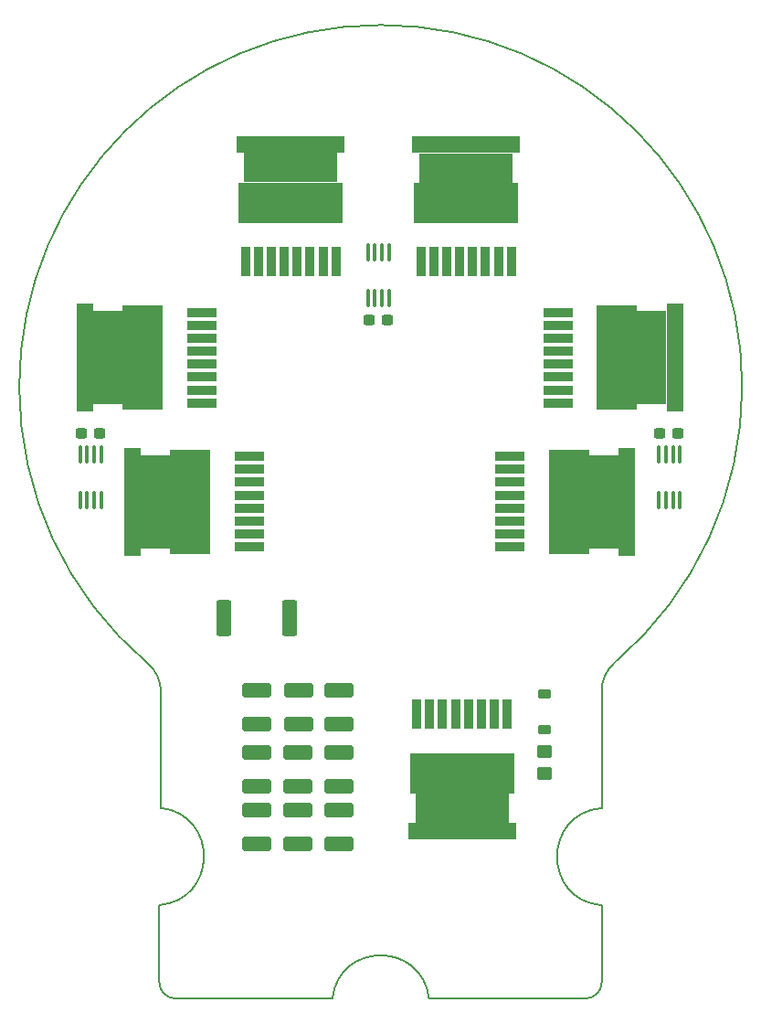
<source format=gbr>
%TF.GenerationSoftware,KiCad,Pcbnew,7.0.1*%
%TF.CreationDate,2023-12-14T23:22:24+03:00*%
%TF.ProjectId,_______ _____,21383b3e-3230-44f2-903f-3b3042302e6b,rev?*%
%TF.SameCoordinates,Original*%
%TF.FileFunction,Paste,Top*%
%TF.FilePolarity,Positive*%
%FSLAX46Y46*%
G04 Gerber Fmt 4.6, Leading zero omitted, Abs format (unit mm)*
G04 Created by KiCad (PCBNEW 7.0.1) date 2023-12-14 23:22:24*
%MOMM*%
%LPD*%
G01*
G04 APERTURE LIST*
G04 Aperture macros list*
%AMRoundRect*
0 Rectangle with rounded corners*
0 $1 Rounding radius*
0 $2 $3 $4 $5 $6 $7 $8 $9 X,Y pos of 4 corners*
0 Add a 4 corners polygon primitive as box body*
4,1,4,$2,$3,$4,$5,$6,$7,$8,$9,$2,$3,0*
0 Add four circle primitives for the rounded corners*
1,1,$1+$1,$2,$3*
1,1,$1+$1,$4,$5*
1,1,$1+$1,$6,$7*
1,1,$1+$1,$8,$9*
0 Add four rect primitives between the rounded corners*
20,1,$1+$1,$2,$3,$4,$5,0*
20,1,$1+$1,$4,$5,$6,$7,0*
20,1,$1+$1,$6,$7,$8,$9,0*
20,1,$1+$1,$8,$9,$2,$3,0*%
G04 Aperture macros list end*
%ADD10RoundRect,0.250000X1.100000X-0.412500X1.100000X0.412500X-1.100000X0.412500X-1.100000X-0.412500X0*%
%ADD11R,2.800000X0.900000*%
%ADD12R,1.550000X10.100000*%
%ADD13R,2.750000X8.700000*%
%ADD14R,3.700000X9.700000*%
%ADD15RoundRect,0.237500X-0.300000X-0.237500X0.300000X-0.237500X0.300000X0.237500X-0.300000X0.237500X0*%
%ADD16R,0.900000X2.800000*%
%ADD17R,10.100000X1.550000*%
%ADD18R,8.700000X2.750000*%
%ADD19R,9.700000X3.700000*%
%ADD20RoundRect,0.100000X0.100000X-0.712500X0.100000X0.712500X-0.100000X0.712500X-0.100000X-0.712500X0*%
%ADD21RoundRect,0.100000X-0.100000X0.712500X-0.100000X-0.712500X0.100000X-0.712500X0.100000X0.712500X0*%
%ADD22RoundRect,0.250000X-1.100000X0.412500X-1.100000X-0.412500X1.100000X-0.412500X1.100000X0.412500X0*%
%ADD23RoundRect,0.249999X-0.450001X-1.425001X0.450001X-1.425001X0.450001X1.425001X-0.450001X1.425001X0*%
%ADD24RoundRect,0.225000X0.375000X-0.225000X0.375000X0.225000X-0.375000X0.225000X-0.375000X-0.225000X0*%
%ADD25RoundRect,0.250000X-0.450000X0.350000X-0.450000X-0.350000X0.450000X-0.350000X0.450000X0.350000X0*%
%TA.AperFunction,Profile*%
%ADD26C,0.200000*%
%TD*%
G04 APERTURE END LIST*
D10*
%TO.C,C12*%
X141977000Y-96690500D03*
X141977000Y-93565500D03*
%TD*%
%TO.C,C13*%
X141977000Y-107778000D03*
X141977000Y-104653000D03*
%TD*%
D11*
%TO.C,Q7*%
X129272000Y-66943000D03*
X129272000Y-65743000D03*
X129272000Y-64543000D03*
X129272000Y-63343000D03*
X129272000Y-62143000D03*
X129272000Y-60943000D03*
X129272000Y-59743000D03*
X129272000Y-58543000D03*
D12*
X118422000Y-62743000D03*
D13*
X120572000Y-62743000D03*
D14*
X123797000Y-62743000D03*
%TD*%
D15*
%TO.C,C47*%
X144797500Y-59267500D03*
X146522500Y-59267500D03*
%TD*%
D10*
%TO.C,C10*%
X138167000Y-107778000D03*
X138167000Y-104653000D03*
%TD*%
D16*
%TO.C,Q1*%
X157607000Y-95768000D03*
X156407000Y-95768000D03*
X155207000Y-95768000D03*
X154007000Y-95768000D03*
X152807000Y-95768000D03*
X151607000Y-95768000D03*
X150407000Y-95768000D03*
X149207000Y-95768000D03*
D17*
X153407000Y-106618000D03*
D18*
X153407000Y-104468000D03*
D19*
X153407000Y-101243000D03*
%TD*%
D20*
%TO.C,D2*%
X171650000Y-75904500D03*
X172300000Y-75904500D03*
X172950000Y-75904500D03*
X173600000Y-75904500D03*
X173600000Y-71679500D03*
X172950000Y-71679500D03*
X172300000Y-71679500D03*
X171650000Y-71679500D03*
%TD*%
D10*
%TO.C,C35*%
X134357000Y-96690500D03*
X134357000Y-93565500D03*
%TD*%
D11*
%TO.C,Q6*%
X133717000Y-80278000D03*
X133717000Y-79078000D03*
X133717000Y-77878000D03*
X133717000Y-76678000D03*
X133717000Y-75478000D03*
X133717000Y-74278000D03*
X133717000Y-73078000D03*
X133717000Y-71878000D03*
D12*
X122867000Y-76078000D03*
D13*
X125017000Y-76078000D03*
D14*
X128242000Y-76078000D03*
%TD*%
D21*
%TO.C,D3*%
X146635000Y-53010500D03*
X145985000Y-53010500D03*
X145335000Y-53010500D03*
X144685000Y-53010500D03*
X144685000Y-57235500D03*
X145335000Y-57235500D03*
X145985000Y-57235500D03*
X146635000Y-57235500D03*
%TD*%
D22*
%TO.C,C21*%
X138167000Y-99280500D03*
X138167000Y-102405500D03*
%TD*%
D15*
%TO.C,C48*%
X118127500Y-69728000D03*
X119852500Y-69728000D03*
%TD*%
D10*
%TO.C,C39*%
X134357000Y-107778000D03*
X134357000Y-104653000D03*
%TD*%
D23*
%TO.C,R1*%
X131307000Y-86873000D03*
X137407000Y-86873000D03*
%TD*%
D16*
%TO.C,Q5*%
X133332000Y-53848000D03*
X134532000Y-53848000D03*
X135732000Y-53848000D03*
X136932000Y-53848000D03*
X138132000Y-53848000D03*
X139332000Y-53848000D03*
X140532000Y-53848000D03*
X141732000Y-53848000D03*
D17*
X137532000Y-42998000D03*
D18*
X137532000Y-45148000D03*
D19*
X137532000Y-48373000D03*
%TD*%
D11*
%TO.C,Q3*%
X162297000Y-58543000D03*
X162297000Y-59743000D03*
X162297000Y-60943000D03*
X162297000Y-62143000D03*
X162297000Y-63343000D03*
X162297000Y-64543000D03*
X162297000Y-65743000D03*
X162297000Y-66943000D03*
D12*
X173147000Y-62743000D03*
D13*
X170997000Y-62743000D03*
D14*
X167772000Y-62743000D03*
%TD*%
D24*
%TO.C,D1*%
X161027000Y-97158000D03*
X161027000Y-93858000D03*
%TD*%
D22*
%TO.C,C45*%
X141977000Y-99280500D03*
X141977000Y-102405500D03*
%TD*%
%TO.C,C20*%
X134357000Y-99280500D03*
X134357000Y-102405500D03*
%TD*%
D15*
%TO.C,C46*%
X171721500Y-69728000D03*
X173446500Y-69728000D03*
%TD*%
D25*
%TO.C,R2*%
X161027000Y-99208000D03*
X161027000Y-101208000D03*
%TD*%
D16*
%TO.C,Q4*%
X149588000Y-53867000D03*
X150788000Y-53867000D03*
X151988000Y-53867000D03*
X153188000Y-53867000D03*
X154388000Y-53867000D03*
X155588000Y-53867000D03*
X156788000Y-53867000D03*
X157988000Y-53867000D03*
D17*
X153788000Y-43017000D03*
D18*
X153788000Y-45167000D03*
D19*
X153788000Y-48392000D03*
%TD*%
D11*
%TO.C,Q2*%
X157857000Y-71878000D03*
X157857000Y-73078000D03*
X157857000Y-74278000D03*
X157857000Y-75478000D03*
X157857000Y-76678000D03*
X157857000Y-77878000D03*
X157857000Y-79078000D03*
X157857000Y-80278000D03*
D12*
X168707000Y-76078000D03*
D13*
X166557000Y-76078000D03*
D14*
X163332000Y-76078000D03*
%TD*%
D10*
%TO.C,C1*%
X138294000Y-96690500D03*
X138294000Y-93565500D03*
%TD*%
D20*
%TO.C,D4*%
X118015000Y-75904500D03*
X118665000Y-75904500D03*
X119315000Y-75904500D03*
X119965000Y-75904500D03*
X119965000Y-71679500D03*
X119315000Y-71679500D03*
X118665000Y-71679500D03*
X118015000Y-71679500D03*
%TD*%
D26*
X126847517Y-122086374D02*
X141398465Y-122083355D01*
X150342190Y-122084556D02*
G75*
G03*
X141398465Y-122083355I-4471930J-501814D01*
G01*
X166347072Y-104451099D02*
G75*
G03*
X166347073Y-113449221I389848J-4499061D01*
G01*
X164847517Y-122086517D02*
G75*
G03*
X166347517Y-120586503I-17J1500017D01*
G01*
X166347073Y-113449222D02*
X166347517Y-120586503D01*
X167579138Y-90948252D02*
G75*
G03*
X179370262Y-65434046I-21708888J25514212D01*
G01*
X125509571Y-93716347D02*
G75*
G03*
X124267370Y-91038052I-3504871J1647D01*
G01*
X125347517Y-120586374D02*
X125347517Y-113433715D01*
X125347517Y-113433715D02*
G75*
G03*
X125509619Y-104435721I-384537J4507385D01*
G01*
X125347526Y-120586374D02*
G75*
G03*
X126847517Y-122086374I1499974J-26D01*
G01*
X167579165Y-90948283D02*
G75*
G03*
X166347073Y-93614254I2268335J-2666017D01*
G01*
X166347073Y-93614254D02*
X166347073Y-104451107D01*
X125509619Y-93716347D02*
X125509619Y-104435720D01*
X112370266Y-65434046D02*
G75*
G03*
X124267371Y-91038050I33499954J-24D01*
G01*
X179370262Y-65434046D02*
G75*
G03*
X112370262Y-65434046I-33500000J0D01*
G01*
X150342194Y-122084556D02*
X164847517Y-122086503D01*
M02*

</source>
